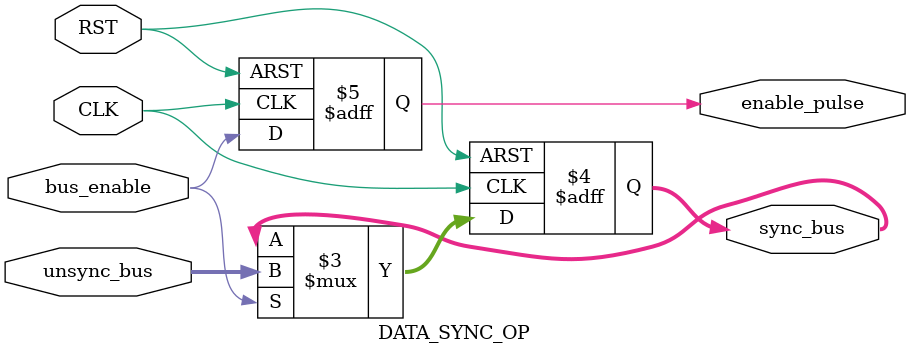
<source format=v>
module DATA_SYNC_OP #(
    parameter   BUS_WIDTH   = 8
)(
    input   wire                        CLK,
    input   wire                        RST,
    input   wire    [BUS_WIDTH-1:0]     unsync_bus,
    input   wire                        bus_enable,
    output  reg    [BUS_WIDTH-1:0]      sync_bus,
    output  reg                         enable_pulse
);

    always @(posedge CLK or negedge RST) begin
        if (~RST) begin
            enable_pulse <= 'b0;
            sync_bus <= 'b0;
        end
        else begin
            sync_bus <= (bus_enable)? unsync_bus : sync_bus;
            enable_pulse <= bus_enable;
        end
    end
endmodule

</source>
